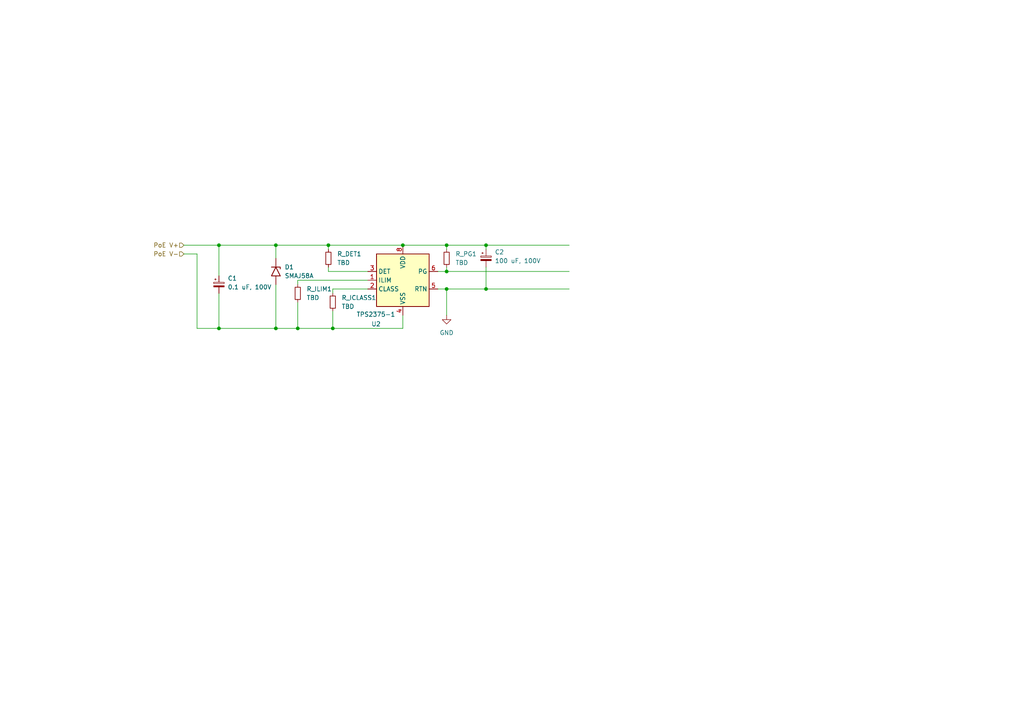
<source format=kicad_sch>
(kicad_sch (version 20231120) (generator "eeschema") (generator_version "8.0")
  (paper "A4")
  (lib_symbols
    (symbol "Device:C_Polarized_Small" (pin_numbers hide) (pin_names (offset 0.254) hide)
      (property "Reference" "C" (at 0.254 1.778 0))
      (property "Value" "C_Polarized_Small" (at 0.254 -2.032 0))
      (symbol "C_Polarized_Small_0_1"
        (rectangle (start -1.524 -0.3048) (end 1.524 -0.6858) (fill (type outline)))
        (rectangle (start -1.524 0.6858) (end 1.524 0.3048))
        (polyline (pts (xy -1.27 1.524) (xy -0.762 1.524)))
        (polyline (pts (xy -1.016 1.27) (xy -1.016 1.778)))
      )
      (symbol "C_Polarized_Small_1_1"
        (pin passive line (at 0 2.54 270) (length 1.8542) (name "~") (number "1"))
        (pin passive line (at 0 -2.54 90) (length 1.8542) (name "~") (number "2"))
      )
    )
    (symbol "Device:R_Small" (pin_numbers hide) (pin_names (offset 0.254) hide)
      (property "Reference" "R" (at 0.762 0.508 0))
      (property "Value" "R_Small" (at 0.762 -1.016 0))
      (symbol "R_Small_0_1"
        (rectangle (start -0.762 1.778) (end 0.762 -1.778) (stroke (width 0.2032)))
      )
      (symbol "R_Small_1_1"
        (pin passive line (at 0 2.54 270) (length 0.762) (name "~") (number "1"))
        (pin passive line (at 0 -2.54 90) (length 0.762) (name "~") (number "2"))
      )
    )
    (symbol "Diode:SMAJ58A" (pin_numbers hide) (pin_names (offset 1.016) hide)
      (property "Reference" "D" (at 0 2.54 0))
      (property "Value" "SMAJ58A" (at 0 -2.54 0))
      (symbol "SMAJ58A_0_1"
        (polyline (pts (xy -0.762 1.27) (xy -1.27 1.27) (xy -1.27 -1.27)) (stroke (width 0.254)))
        (polyline (pts (xy 1.27 1.27) (xy 1.27 -1.27) (xy -1.27 0) (xy 1.27 1.27)) (stroke (width 0.254)))
      )
      (symbol "SMAJ58A_1_1"
        (pin passive line (at -3.81 0 0) (length 2.54) (name "A1") (number "1"))
        (pin passive line (at 3.81 0 180) (length 2.54) (name "A2") (number "2"))
      )
    )
    (symbol "Regulator_Controller:TPS2375-1"
      (property "Reference" "U" (at 2.54 -8.89 0))
      (property "Value" "TPS2375-1" (at 7.62 -11.43 0))
      (symbol "TPS2375-1_0_1"
        (rectangle (start -7.62 7.62) (end 7.62 -7.62) (stroke (width 0.254)) (fill (type background)))
      )
      (symbol "TPS2375-1_1_1"
        (pin passive line (at -10.16 0 0) (length 2.54) (name "ILIM") (number "1"))
        (pin passive line (at -10.16 -2.54 0) (length 2.54) (name "CLASS") (number "2"))
        (pin passive line (at -10.16 2.54 0) (length 2.54) (name "DET") (number "3"))
        (pin power_in line (at 0 -10.16 90) (length 2.54) (name "VSS") (number "4"))
        (pin power_out line (at 10.16 -2.54 180) (length 2.54) (name "RTN") (number "5"))
        (pin open_collector line (at 10.16 2.54 180) (length 2.54) (name "PG") (number "6"))
        (pin no_connect line (at 7.62 0 180) (length 2.54) hide (name "NC") (number "7"))
        (pin power_in line (at 0 10.16 270) (length 2.54) (name "VDD") (number "8"))
      )
    )
    (symbol "power:GND" (power) (pin_numbers hide) (pin_names (offset 0) hide)
      (property "Value" "GND" (at 0 -3.81 0))
      (symbol "GND_0_1"
        (polyline (pts (xy 0 0) (xy 0 -1.27) (xy 1.27 -1.27) (xy 0 -2.54) (xy -1.27 -1.27) (xy 0 -1.27)))
      )
      (symbol "GND_1_1"
        (pin power_in line (at 0 0 270) (length 0) (name "~") (number "1"))
      )
    )
  )
  (junction (at 63.5 71.12))
  (junction (at 116.84 71.12))
  (junction (at 63.5 95.25))
  (junction (at 96.52 95.25))
  (junction (at 80.01 71.12))
  (junction (at 80.01 95.25))
  (junction (at 86.36 95.25))
  (junction (at 129.54 78.74))
  (junction (at 140.97 83.82))
  (junction (at 140.97 71.12))
  (junction (at 129.54 83.82))
  (junction (at 95.25 71.12))
  (junction (at 129.54 71.12))
  (wire (pts (xy 116.84 71.12) (xy 129.54 71.12)))
  (wire (pts (xy 95.25 78.74) (xy 95.25 77.47)))
  (wire (pts (xy 63.5 95.25) (xy 80.01 95.25)))
  (wire (pts (xy 129.54 71.12) (xy 129.54 72.39)))
  (wire (pts (xy 86.36 81.28) (xy 106.68 81.28)))
  (wire (pts (xy 127 78.74) (xy 129.54 78.74)))
  (wire (pts (xy 63.5 71.12) (xy 80.01 71.12)))
  (wire (pts (xy 96.52 90.17) (xy 96.52 95.25)))
  (wire (pts (xy 86.36 81.28) (xy 86.36 82.55)))
  (wire (pts (xy 140.97 77.47) (xy 140.97 83.82)))
  (wire (pts (xy 129.54 78.74) (xy 165.1 78.74)))
  (wire (pts (xy 80.01 95.25) (xy 86.36 95.25)))
  (wire (pts (xy 53.34 73.66) (xy 57.15 73.66)))
  (wire (pts (xy 129.54 83.82) (xy 129.54 91.44)))
  (wire (pts (xy 80.01 74.93) (xy 80.01 71.12)))
  (wire (pts (xy 116.84 91.44) (xy 116.84 95.25)))
  (wire (pts (xy 63.5 80.01) (xy 63.5 71.12)))
  (wire (pts (xy 140.97 83.82) (xy 165.1 83.82)))
  (wire (pts (xy 63.5 85.09) (xy 63.5 95.25)))
  (wire (pts (xy 129.54 77.47) (xy 129.54 78.74)))
  (wire (pts (xy 95.25 71.12) (xy 116.84 71.12)))
  (wire (pts (xy 80.01 71.12) (xy 95.25 71.12)))
  (wire (pts (xy 140.97 71.12) (xy 165.1 71.12)))
  (wire (pts (xy 96.52 83.82) (xy 106.68 83.82)))
  (wire (pts (xy 53.34 71.12) (xy 63.5 71.12)))
  (wire (pts (xy 116.84 95.25) (xy 96.52 95.25)))
  (wire (pts (xy 129.54 83.82) (xy 140.97 83.82)))
  (wire (pts (xy 140.97 72.39) (xy 140.97 71.12)))
  (wire (pts (xy 106.68 78.74) (xy 95.25 78.74)))
  (wire (pts (xy 57.15 73.66) (xy 57.15 95.25)))
  (wire (pts (xy 129.54 71.12) (xy 140.97 71.12)))
  (wire (pts (xy 86.36 87.63) (xy 86.36 95.25)))
  (wire (pts (xy 86.36 95.25) (xy 96.52 95.25)))
  (wire (pts (xy 96.52 83.82) (xy 96.52 85.09)))
  (wire (pts (xy 80.01 82.55) (xy 80.01 95.25)))
  (wire (pts (xy 57.15 95.25) (xy 63.5 95.25)))
  (wire (pts (xy 127 83.82) (xy 129.54 83.82)))
  (wire (pts (xy 95.25 72.39) (xy 95.25 71.12)))
  (hierarchical_label "PoE V-" (shape input) (at 53.34 73.66 180))
  (hierarchical_label "PoE V+" (shape input) (at 53.34 71.12 180))
  (symbol (lib_id "Regulator_Controller:TPS2375-1") (at 116.84 81.28 0) (unit 1)
    (property "Reference" "U2" (at 107.696 93.98 0) (effects (justify left)))
    (property "Value" "TPS2375-1" (at 103.378 91.186 0) (effects (justify left)))
    (property "Footprint" "Package_SO:TSSOP-8_4.4x3mm_P0.65mm" (effects (hide yes)))
    (property "Datasheet" "https://www.ti.com/lit/gpn/tps2375-1" (effects (hide yes)))
    (property "Description" "IEEE802.3af PoE Controller, Auto-Retry" (effects (hide yes)))
  )
  (symbol (lib_id "Device:C_Polarized_Small") (at 140.97 74.93 0) (unit 1)
    (property "Reference" "C2" (at 143.51 73.1138 0) (effects (justify left)))
    (property "Value" "100 uF, 100V" (at 143.51 75.6538 0) (effects (justify left)))
    (property "Description" "Polarized capacitor, small symbol" (effects (hide yes)))
  )
  (symbol (lib_id "Device:R_Small") (at 95.25 74.93 0) (unit 1)
    (property "Reference" "R_DET1" (at 97.79 73.6599 0) (effects (justify left)))
    (property "Value" "TBD" (at 97.79 76.1999 0) (effects (justify left)))
    (property "Footprint" "Resistor_SMD:R_0805_2012Metric" (effects (hide yes)))
    (property "Description" "Resistor, small symbol" (effects (hide yes)))
  )
  (symbol (lib_id "power:GND") (at 129.54 91.44 0) (unit 1)
    (property "Reference" "#PWR05" (effects (hide yes)))
    (property "Value" "GND" (at 129.54 96.52 0))
    (property "Description" "Power symbol creates a global label with name \"GND\" , ground" (effects (hide yes)))
  )
  (symbol (lib_id "Device:R_Small") (at 86.36 85.09 0) (unit 1)
    (property "Reference" "R_ILIM1" (at 88.9 83.8199 0) (effects (justify left)))
    (property "Value" "TBD" (at 88.9 86.3599 0) (effects (justify left)))
    (property "Footprint" "Resistor_SMD:R_0805_2012Metric" (effects (hide yes)))
    (property "Description" "Resistor, small symbol" (effects (hide yes)))
  )
  (symbol (lib_id "Device:R_Small") (at 129.54 74.93 0) (unit 1)
    (property "Reference" "R_PG1" (at 132.08 73.6599 0) (effects (justify left)))
    (property "Value" "TBD" (at 132.08 76.1999 0) (effects (justify left)))
    (property "Footprint" "Resistor_SMD:R_0805_2012Metric" (effects (hide yes)))
    (property "Description" "Resistor, small symbol" (effects (hide yes)))
  )
  (symbol (lib_id "Device:R_Small") (at 96.52 87.63 0) (unit 1)
    (property "Reference" "R_ICLASS1" (at 99.06 86.3599 0) (effects (justify left)))
    (property "Value" "TBD" (at 99.06 88.8999 0) (effects (justify left)))
    (property "Footprint" "Resistor_SMD:R_0805_2012Metric" (effects (hide yes)))
    (property "Description" "Resistor, small symbol" (effects (hide yes)))
  )
  (symbol (lib_id "Device:C_Polarized_Small") (at 63.5 82.55 0) (unit 1)
    (property "Reference" "C1" (at 66.04 80.7338 0) (effects (justify left)))
    (property "Value" "0.1 uF, 100V" (at 66.04 83.2738 0) (effects (justify left)))
    (property "Description" "Polarized capacitor, small symbol" (effects (hide yes)))
  )
  (symbol (lib_id "Diode:SMAJ58A") (at 80.01 78.74 270) (unit 1)
    (property "Reference" "D1" (at 82.55 77.4699 90) (effects (justify left)))
    (property "Value" "SMAJ58A" (at 82.55 80.0099 90) (effects (justify left)))
    (property "Footprint" "Diode_SMD:D_SMA" (effects (hide yes)))
    (property "Datasheet" "https://www.littelfuse.com/media?resourcetype=datasheets&itemid=75e32973-b177-4ee3-a0ff-cedaf1abdb93&filename=smaj-datasheet" (effects (hide yes)))
    (property "Description" "400W unidirectional Transient Voltage Suppressor, 58.0Vr, SMA(DO-214AC)" (effects (hide yes)))
  )
)
</source>
